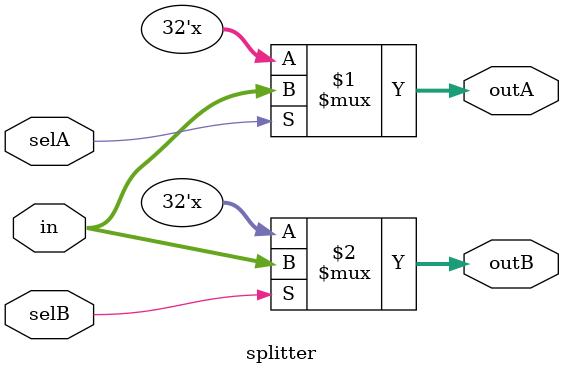
<source format=v>
`timescale 1ns / 1ps

module splitter(
    input [31:0] in,
    input selA, selB,
    output [31:0] outA, outB
    );
    
    assign outA = selA ? in : 32'hz; 
    
    assign outB = selB ? in : 32'hz; 
    
endmodule

</source>
